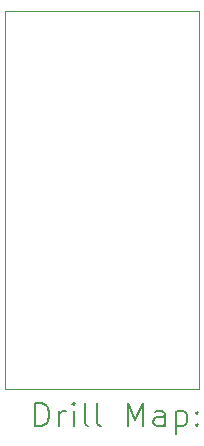
<source format=gbr>
%FSLAX45Y45*%
G04 Gerber Fmt 4.5, Leading zero omitted, Abs format (unit mm)*
G04 Created by KiCad (PCBNEW (6.0.5)) date 2023-11-29 10:06:58*
%MOMM*%
%LPD*%
G01*
G04 APERTURE LIST*
%TA.AperFunction,Profile*%
%ADD10C,0.100000*%
%TD*%
%ADD11C,0.200000*%
G04 APERTURE END LIST*
D10*
X9900000Y-5920000D02*
X11540000Y-5920000D01*
X11540000Y-5920000D02*
X11540000Y-9120000D01*
X11540000Y-9120000D02*
X9900000Y-9120000D01*
X9900000Y-9120000D02*
X9900000Y-5920000D01*
D11*
X10152619Y-9435476D02*
X10152619Y-9235476D01*
X10200238Y-9235476D01*
X10228810Y-9245000D01*
X10247857Y-9264048D01*
X10257381Y-9283095D01*
X10266905Y-9321190D01*
X10266905Y-9349762D01*
X10257381Y-9387857D01*
X10247857Y-9406905D01*
X10228810Y-9425952D01*
X10200238Y-9435476D01*
X10152619Y-9435476D01*
X10352619Y-9435476D02*
X10352619Y-9302143D01*
X10352619Y-9340238D02*
X10362143Y-9321190D01*
X10371667Y-9311667D01*
X10390714Y-9302143D01*
X10409762Y-9302143D01*
X10476429Y-9435476D02*
X10476429Y-9302143D01*
X10476429Y-9235476D02*
X10466905Y-9245000D01*
X10476429Y-9254524D01*
X10485952Y-9245000D01*
X10476429Y-9235476D01*
X10476429Y-9254524D01*
X10600238Y-9435476D02*
X10581190Y-9425952D01*
X10571667Y-9406905D01*
X10571667Y-9235476D01*
X10705000Y-9435476D02*
X10685952Y-9425952D01*
X10676429Y-9406905D01*
X10676429Y-9235476D01*
X10933571Y-9435476D02*
X10933571Y-9235476D01*
X11000238Y-9378333D01*
X11066905Y-9235476D01*
X11066905Y-9435476D01*
X11247857Y-9435476D02*
X11247857Y-9330714D01*
X11238333Y-9311667D01*
X11219286Y-9302143D01*
X11181190Y-9302143D01*
X11162143Y-9311667D01*
X11247857Y-9425952D02*
X11228809Y-9435476D01*
X11181190Y-9435476D01*
X11162143Y-9425952D01*
X11152619Y-9406905D01*
X11152619Y-9387857D01*
X11162143Y-9368810D01*
X11181190Y-9359286D01*
X11228809Y-9359286D01*
X11247857Y-9349762D01*
X11343095Y-9302143D02*
X11343095Y-9502143D01*
X11343095Y-9311667D02*
X11362143Y-9302143D01*
X11400238Y-9302143D01*
X11419286Y-9311667D01*
X11428809Y-9321190D01*
X11438333Y-9340238D01*
X11438333Y-9397381D01*
X11428809Y-9416429D01*
X11419286Y-9425952D01*
X11400238Y-9435476D01*
X11362143Y-9435476D01*
X11343095Y-9425952D01*
X11524048Y-9416429D02*
X11533571Y-9425952D01*
X11524048Y-9435476D01*
X11514524Y-9425952D01*
X11524048Y-9416429D01*
X11524048Y-9435476D01*
X11524048Y-9311667D02*
X11533571Y-9321190D01*
X11524048Y-9330714D01*
X11514524Y-9321190D01*
X11524048Y-9311667D01*
X11524048Y-9330714D01*
M02*

</source>
